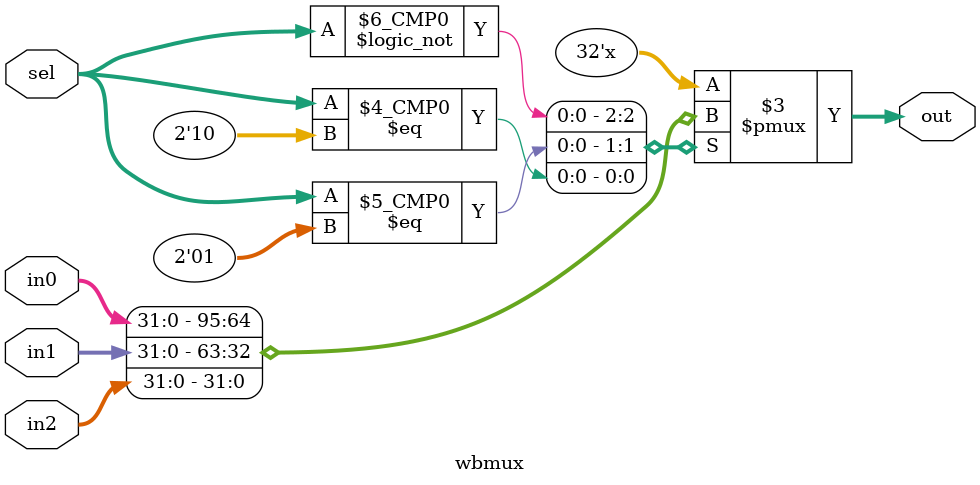
<source format=v>
module wbmux(out,in0,in1,in2,sel);
output reg [31:0]out;
input [31:0]in0,in1,in2;
input [1:0]sel;
always @(*)
	begin
	 case(sel)
		2'b00: out = in0; //DMEM
		2'b01: out = in1; //ALU
		2'b10: out = in2; //PC+4
	 endcase
	end
endmodule

</source>
